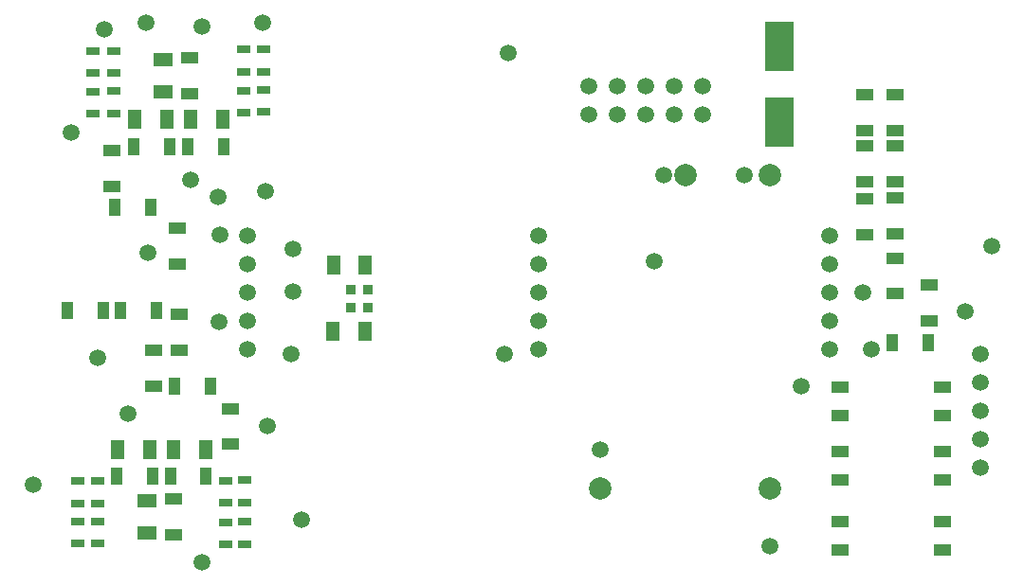
<source format=gbr>
%TF.GenerationSoftware,Altium Limited,Altium Designer,21.6.4 (81)*%
G04 Layer_Color=255*
%FSLAX43Y43*%
%MOMM*%
%TF.SameCoordinates,F87848A5-9C76-4C60-8026-6C1C3CCCB256*%
%TF.FilePolarity,Positive*%
%TF.FileFunction,Pads,Bot*%
%TF.Part,Single*%
G01*
G75*
%TA.AperFunction,SMDPad,CuDef*%
%ADD10R,1.300X1.800*%
%ADD11R,1.000X1.600*%
%ADD12R,0.850X0.900*%
%ADD13R,1.600X1.000*%
%ADD15R,2.500X4.450*%
%ADD19R,1.800X1.300*%
%ADD20R,1.250X0.800*%
%TA.AperFunction,ComponentPad*%
%ADD28C,1.500*%
%ADD29C,2.000*%
D10*
X18758Y11495D02*
D03*
X15908D02*
D03*
X30134Y22060D02*
D03*
X32984D02*
D03*
X33038Y27961D02*
D03*
X30188D02*
D03*
X13766Y11495D02*
D03*
X10916D02*
D03*
X17446Y41027D02*
D03*
X20296D02*
D03*
X12459Y41039D02*
D03*
X15309D02*
D03*
D11*
X6466Y23925D02*
D03*
X9666D02*
D03*
X11202D02*
D03*
X14402D02*
D03*
X83312Y21031D02*
D03*
X80112D02*
D03*
X19243Y17170D02*
D03*
X16043D02*
D03*
X15629Y9084D02*
D03*
X18829D02*
D03*
X14054D02*
D03*
X10854D02*
D03*
X10710Y33103D02*
D03*
X13910D02*
D03*
X12386Y38582D02*
D03*
X15586D02*
D03*
X17196Y38582D02*
D03*
X20396D02*
D03*
D12*
X33259Y25806D02*
D03*
X31709D02*
D03*
X33286Y24169D02*
D03*
X31736D02*
D03*
D13*
X16386Y23571D02*
D03*
Y20371D02*
D03*
X75425Y2480D02*
D03*
X84575Y5020D02*
D03*
X75425D02*
D03*
X84575Y2480D02*
D03*
X75425Y8730D02*
D03*
X84575Y11270D02*
D03*
X75425D02*
D03*
X84575Y8730D02*
D03*
X75425Y14480D02*
D03*
X84575Y17020D02*
D03*
X75425D02*
D03*
X84575Y14480D02*
D03*
X77648Y40031D02*
D03*
Y43231D02*
D03*
Y35458D02*
D03*
Y38658D02*
D03*
Y30709D02*
D03*
Y33909D02*
D03*
X83372Y22987D02*
D03*
Y26187D02*
D03*
X80330Y25390D02*
D03*
Y28590D02*
D03*
X80391Y33952D02*
D03*
Y30752D02*
D03*
X16277Y31293D02*
D03*
Y28093D02*
D03*
X14148Y17145D02*
D03*
Y20345D02*
D03*
X20989Y11929D02*
D03*
Y15129D02*
D03*
X15959Y3877D02*
D03*
Y7077D02*
D03*
X10379Y38227D02*
D03*
Y35027D02*
D03*
X80391Y38651D02*
D03*
Y35451D02*
D03*
Y43223D02*
D03*
Y40023D02*
D03*
X17339Y43285D02*
D03*
Y46485D02*
D03*
D15*
X70002Y47542D02*
D03*
Y40742D02*
D03*
D19*
X13516Y4027D02*
D03*
Y6877D02*
D03*
X14951Y43491D02*
D03*
Y46341D02*
D03*
D20*
X22294Y8745D02*
D03*
Y6745D02*
D03*
X20541Y6685D02*
D03*
Y8685D02*
D03*
X7341Y6636D02*
D03*
Y8636D02*
D03*
X9119Y8661D02*
D03*
Y6661D02*
D03*
X9118Y5064D02*
D03*
Y3064D02*
D03*
X7391Y3038D02*
D03*
Y5038D02*
D03*
X20541Y2961D02*
D03*
Y4961D02*
D03*
X22295Y5012D02*
D03*
Y3012D02*
D03*
X10547Y43522D02*
D03*
Y41522D02*
D03*
X24002Y43646D02*
D03*
Y41646D02*
D03*
X8743Y45132D02*
D03*
Y47132D02*
D03*
X23952Y47256D02*
D03*
Y45256D02*
D03*
X22143D02*
D03*
Y47256D02*
D03*
X22198Y41563D02*
D03*
Y43563D02*
D03*
X8743Y41497D02*
D03*
Y43497D02*
D03*
X10547Y47133D02*
D03*
Y45133D02*
D03*
D28*
X88000Y20000D02*
D03*
Y17460D02*
D03*
Y14920D02*
D03*
Y12380D02*
D03*
Y9840D02*
D03*
X53000Y44000D02*
D03*
X55540D02*
D03*
X58080D02*
D03*
X60620D02*
D03*
X63160D02*
D03*
X53000Y41460D02*
D03*
X55540D02*
D03*
X58080D02*
D03*
X60620D02*
D03*
X63160D02*
D03*
X22500Y20420D02*
D03*
Y22960D02*
D03*
Y25500D02*
D03*
Y28040D02*
D03*
Y30580D02*
D03*
X48500Y20420D02*
D03*
Y22960D02*
D03*
Y25500D02*
D03*
Y28040D02*
D03*
Y30580D02*
D03*
X74500Y20420D02*
D03*
Y22960D02*
D03*
Y25500D02*
D03*
Y28040D02*
D03*
Y30580D02*
D03*
X13665Y29108D02*
D03*
X17457Y35595D02*
D03*
X20045Y30714D02*
D03*
X86657Y23851D02*
D03*
X77470Y25552D02*
D03*
X9119Y19710D02*
D03*
X20015Y22860D02*
D03*
X54045Y11465D02*
D03*
X59673Y35983D02*
D03*
X13503Y49608D02*
D03*
X6756Y39822D02*
D03*
X9703Y49078D02*
D03*
X18466Y49327D02*
D03*
X24130Y34544D02*
D03*
X19916Y34064D02*
D03*
X88986Y29632D02*
D03*
X71984Y17094D02*
D03*
X58858Y28298D02*
D03*
X26604Y25595D02*
D03*
X26441Y19990D02*
D03*
X45466D02*
D03*
X26619Y29405D02*
D03*
X23890Y49682D02*
D03*
X69210Y2821D02*
D03*
X3353Y8331D02*
D03*
X24302Y13558D02*
D03*
X18440Y1346D02*
D03*
X11862Y14667D02*
D03*
X27349Y5162D02*
D03*
X78220Y20447D02*
D03*
X66903Y36000D02*
D03*
X45796Y46952D02*
D03*
D29*
X61610Y36000D02*
D03*
X69210D02*
D03*
X54010Y8000D02*
D03*
X69210D02*
D03*
%TF.MD5,f8869b936b73853bbfccc91512700317*%
M02*

</source>
